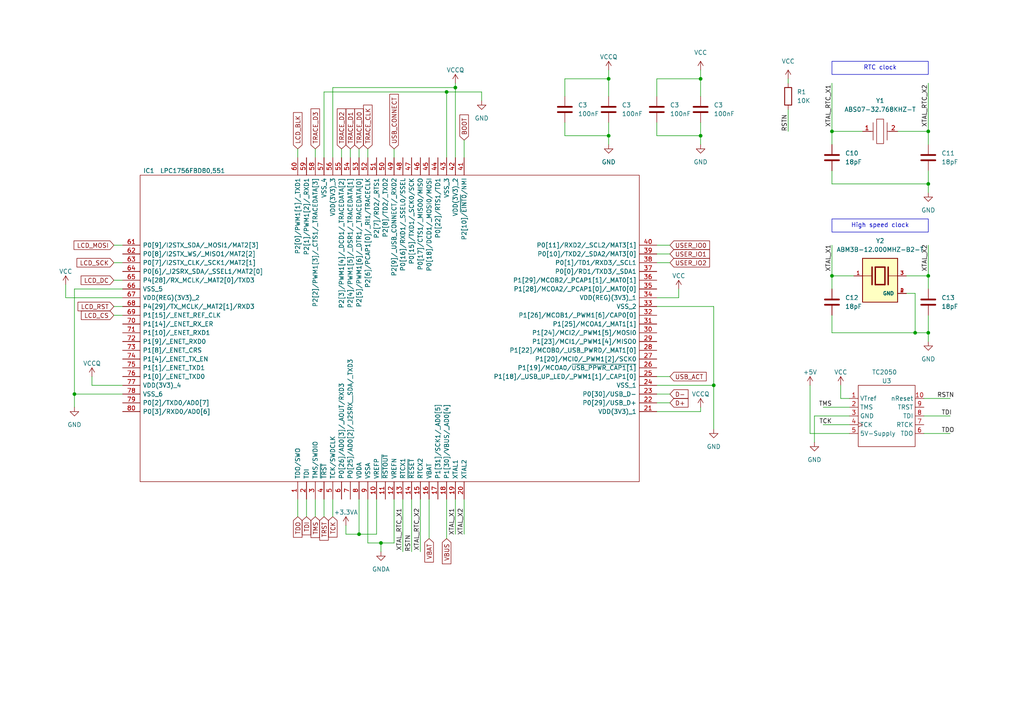
<source format=kicad_sch>
(kicad_sch (version 20230121) (generator eeschema)
  (paper "A4")
  (lib_symbols
    (symbol "0_library_loader:ABS07-32.768KHZ-T" (pin_names (offset 0.762))
      (property "Reference" "Y" (at 8.89 6.35 0))
      (property "Value" "ABS07-32.768KHZ-T" (at 8.89 3.81 0))
      (symbol "ABS07-32.768KHZ-T_0_0"
        (pin passive line (at 0 0 0) (length 2.54) (name "~") (number "1"))
        (pin passive line (at 10.16 0 180) (length 2.54) (name "~") (number "2"))
      )
      (symbol "ABS07-32.768KHZ-T_0_1"
        (polyline (pts (xy 3.048 0) (xy 2.54 0)) (stroke (width 0.1524)))
        (polyline (pts (xy 3.048 2.54) (xy 3.048 -2.54)) (stroke (width 0.1524)))
        (polyline (pts (xy 7.112 0) (xy 7.62 0)) (stroke (width 0.1524)))
        (polyline (pts (xy 7.112 2.54) (xy 7.112 -2.54)) (stroke (width 0.1524)))
        (polyline (pts (xy 4.064 3.556) (xy 4.064 -3.556) (xy 6.096 -3.556) (xy 6.096 3.556) (xy 4.064 3.556)) (stroke (width 0.1524)))
      )
    )
    (symbol "0_library_loader:LPC1756FBD80,551" (pin_names (offset 0.762))
      (property "Reference" "IC" (at 95.25 50.8 0))
      (property "Value" "LPC1756FBD80,551" (at 95.25 48.26 0))
      (symbol "LPC1756FBD80,551_0_0"
        (pin passive line (at 0 0 0) (length 5.08) (name "TDO/SWO") (number "1"))
        (pin passive line (at 0 -22.86 0) (length 5.08) (name "VREFP") (number "10"))
        (pin passive line (at 0 -25.4 0) (length 5.08) (name "~{RSTOUT}") (number "11"))
        (pin passive line (at 0 -27.94 0) (length 5.08) (name "VREFN") (number "12"))
        (pin passive line (at 0 -30.48 0) (length 5.08) (name "RTCX1") (number "13"))
        (pin passive line (at 0 -33.02 0) (length 5.08) (name "~{RESET}") (number "14"))
        (pin passive line (at 0 -35.56 0) (length 5.08) (name "RTCX2") (number "15"))
        (pin passive line (at 0 -38.1 0) (length 5.08) (name "VBAT") (number "16"))
        (pin passive line (at 0 -40.64 0) (length 5.08) (name "P1[31]/SCK1/_AD0[5]") (number "17"))
        (pin passive line (at 0 -43.18 0) (length 5.08) (name "P1[30]/VBUS/_AD0[4]") (number "18"))
        (pin passive line (at 0 -45.72 0) (length 5.08) (name "XTAL1") (number "19"))
        (pin passive line (at 0 -2.54 0) (length 5.08) (name "TDI") (number "2"))
        (pin passive line (at 0 -48.26 0) (length 5.08) (name "XTAL2") (number "20"))
        (pin passive line (at 25.4 -104.14 90) (length 5.08) (name "VDD(3V3)_1") (number "21"))
        (pin passive line (at 27.94 -104.14 90) (length 5.08) (name "P0[29]/USB_D+") (number "22"))
        (pin passive line (at 30.48 -104.14 90) (length 5.08) (name "P0[30]/USB_D-") (number "23"))
        (pin passive line (at 33.02 -104.14 90) (length 5.08) (name "VSS_1") (number "24"))
        (pin passive line (at 35.56 -104.14 90) (length 5.08) (name "P1[18]/_USB_UP_LED/_PWM1[1]/_CAP1[0]") (number "25"))
        (pin passive line (at 38.1 -104.14 90) (length 5.08) (name "P1[19]/MCOA0/~{USB_PPWR_CAP1[1]}") (number "26"))
        (pin passive line (at 40.64 -104.14 90) (length 5.08) (name "P1[20]/MCI0/_PWM1[2]/SCK0") (number "27"))
        (pin passive line (at 43.18 -104.14 90) (length 5.08) (name "P1[22]/MCOB0/_USB_PWRD/_MAT1[0]") (number "28"))
        (pin passive line (at 45.72 -104.14 90) (length 5.08) (name "P1[23]/MCI1/_PWM1[4]/MISO0") (number "29"))
        (pin passive line (at 0 -5.08 0) (length 5.08) (name "TMS/SWDIO") (number "3"))
        (pin passive line (at 48.26 -104.14 90) (length 5.08) (name "P1[24]/MCI2/_PWM1[5]/MOSI0") (number "30"))
        (pin passive line (at 50.8 -104.14 90) (length 5.08) (name "P1[25]/MCOA1/_MAT1[1]") (number "31"))
        (pin passive line (at 53.34 -104.14 90) (length 5.08) (name "P1[26]/MCOB1/_PWM1[6]/CAP0[0]") (number "32"))
        (pin passive line (at 55.88 -104.14 90) (length 5.08) (name "VSS_2") (number "33"))
        (pin passive line (at 58.42 -104.14 90) (length 5.08) (name "VDD(REG)(3V3)_1") (number "34"))
        (pin passive line (at 60.96 -104.14 90) (length 5.08) (name "P1[28]/MCOA2/_PCAP1[0]/_MAT0[0]") (number "35"))
        (pin passive line (at 63.5 -104.14 90) (length 5.08) (name "P1[29]/MCOB2/_PCAP1[1]/_MAT0[1]") (number "36"))
        (pin passive line (at 66.04 -104.14 90) (length 5.08) (name "P0[0]/RD1/TXD3/_SDA1") (number "37"))
        (pin passive line (at 68.58 -104.14 90) (length 5.08) (name "P0[1]/TD1/RXD3/_SCL1") (number "38"))
        (pin passive line (at 71.12 -104.14 90) (length 5.08) (name "P0[10]/TXD2/_SDA2/MAT3[0]") (number "39"))
        (pin passive line (at 0 -7.62 0) (length 5.08) (name "~{TRST}") (number "4"))
        (pin passive line (at 73.66 -104.14 90) (length 5.08) (name "P0[11]/RXD2/_SCL2/MAT3[1]") (number "40"))
        (pin passive line (at 99.06 -48.26 180) (length 5.08) (name "P2[10]/~{EINT0}/NMI") (number "41"))
        (pin passive line (at 99.06 -45.72 180) (length 5.08) (name "VDD(3V3)_2") (number "42"))
        (pin passive line (at 99.06 -43.18 180) (length 5.08) (name "VSS_3") (number "43"))
        (pin passive line (at 99.06 -40.64 180) (length 5.08) (name "P0[22]/RTS1/TD1") (number "44"))
        (pin passive line (at 99.06 -38.1 180) (length 5.08) (name "P0[18]/DCD1/_MOSI0/MOSI") (number "45"))
        (pin passive line (at 99.06 -35.56 180) (length 5.08) (name "P0[17]/CTS1/_MISO0/MISO") (number "46"))
        (pin passive line (at 99.06 -33.02 180) (length 5.08) (name "P0[15]/TXD1/_SCK0/SCK") (number "47"))
        (pin passive line (at 99.06 -30.48 180) (length 5.08) (name "P0[16]/RXD1/_SSEL0/SSEL") (number "48"))
        (pin passive line (at 99.06 -27.94 180) (length 5.08) (name "P2[9]/_USB_CONNECT/_RXD2") (number "49"))
        (pin passive line (at 0 -10.16 0) (length 5.08) (name "TCK/SWDCLK") (number "5"))
        (pin passive line (at 99.06 -25.4 180) (length 5.08) (name "P2[8]/TD2/_TXD2") (number "50"))
        (pin passive line (at 99.06 -22.86 180) (length 5.08) (name "P2[7]/RD2/_RTS1") (number "51"))
        (pin passive line (at 99.06 -20.32 180) (length 5.08) (name "P2[6]/PCAP1[0]/_RI1/TRACECLK") (number "52"))
        (pin passive line (at 99.06 -17.78 180) (length 5.08) (name "P2[5]/PWM1[6]/_DTR1/_TRACEDATA[0]") (number "53"))
        (pin passive line (at 99.06 -15.24 180) (length 5.08) (name "P2[4]/PWM1[5]/_DSR1/_TRACEDATA[1]") (number "54"))
        (pin passive line (at 99.06 -12.7 180) (length 5.08) (name "P2[3]/PWM1[4]/_DCD1/_TRACEDATA[2]") (number "55"))
        (pin passive line (at 99.06 -10.16 180) (length 5.08) (name "VDD(3V3)_3") (number "56"))
        (pin passive line (at 99.06 -7.62 180) (length 5.08) (name "VSS_4") (number "57"))
        (pin passive line (at 99.06 -5.08 180) (length 5.08) (name "P2[2]/PWM1[3]/_CTS1/_TRACEDATA[3]") (number "58"))
        (pin passive line (at 99.06 -2.54 180) (length 5.08) (name "P2[1]/PWM1[2]/_RXD1") (number "59"))
        (pin passive line (at 0 -12.7 0) (length 5.08) (name "P0[26]/AD0[3]/_AOUT/RXD3") (number "6"))
        (pin passive line (at 99.06 0 180) (length 5.08) (name "P2[0]/PWM1[1]/_TXD1") (number "60"))
        (pin passive line (at 73.66 50.8 270) (length 5.08) (name "P0[9]/I2STX_SDA/_MOSI1/MAT2[3]") (number "61"))
        (pin passive line (at 71.12 50.8 270) (length 5.08) (name "P0[8]/I2STX_WS/_MISO1/MAT2[2]") (number "62"))
        (pin passive line (at 68.58 50.8 270) (length 5.08) (name "P0[7]/I2STX_CLK/_SCK1/MAT2[1]") (number "63"))
        (pin passive line (at 66.04 50.8 270) (length 5.08) (name "P0[6]/_I2SRX_SDA/_SSEL1/MAT2[0]") (number "64"))
        (pin passive line (at 63.5 50.8 270) (length 5.08) (name "P4[28]/RX_MCLK/_MAT2[0]/TXD3") (number "65"))
        (pin passive line (at 60.96 50.8 270) (length 5.08) (name "VSS_5") (number "66"))
        (pin passive line (at 58.42 50.8 270) (length 5.08) (name "VDD(REG)(3V3)_2") (number "67"))
        (pin passive line (at 55.88 50.8 270) (length 5.08) (name "P4[29]/TX_MCLK/_MAT2[1]/RXD3") (number "68"))
        (pin passive line (at 53.34 50.8 270) (length 5.08) (name "P1[15]/_ENET_REF_CLK") (number "69"))
        (pin passive line (at 0 -15.24 0) (length 5.08) (name "P0[25]/AD0[2]/_I2SRX__SDA/_TXD3") (number "7"))
        (pin passive line (at 50.8 50.8 270) (length 5.08) (name "P1[14]/_ENET_RX_ER") (number "70"))
        (pin passive line (at 48.26 50.8 270) (length 5.08) (name "P1[10]/_ENET_RXD1") (number "71"))
        (pin passive line (at 45.72 50.8 270) (length 5.08) (name "P1[9]/_ENET_RXD0") (number "72"))
        (pin passive line (at 43.18 50.8 270) (length 5.08) (name "P1[8]/_ENET_CRS") (number "73"))
        (pin passive line (at 40.64 50.8 270) (length 5.08) (name "P1[4]/_ENET_TX_EN") (number "74"))
        (pin passive line (at 38.1 50.8 270) (length 5.08) (name "P1[1]/_ENET_TXD1") (number "75"))
        (pin passive line (at 35.56 50.8 270) (length 5.08) (name "P1[0]/_ENET_TXD0") (number "76"))
        (pin passive line (at 33.02 50.8 270) (length 5.08) (name "VDD(3V3)_4") (number "77"))
        (pin passive line (at 30.48 50.8 270) (length 5.08) (name "VSS_6") (number "78"))
        (pin passive line (at 27.94 50.8 270) (length 5.08) (name "P0[2]/TXD0/AD0[7]") (number "79"))
        (pin passive line (at 0 -17.78 0) (length 5.08) (name "VDDA") (number "8"))
        (pin passive line (at 25.4 50.8 270) (length 5.08) (name "P0[3]/RXD0/AD0[6]") (number "80"))
        (pin passive line (at 0 -20.32 0) (length 5.08) (name "VSSA") (number "9"))
      )
      (symbol "LPC1756FBD80,551_0_1"
        (polyline (pts (xy 5.08 45.72) (xy 93.98 45.72) (xy 93.98 -99.06) (xy 5.08 -99.06) (xy 5.08 45.72)) (stroke (width 0.1524)))
      )
    )
    (symbol "ABM3B-12.000MHZ-B2-T:ABM3B-12.000MHZ-B2-T" (pin_names (offset 1.016))
      (property "Reference" "Y" (at -5.0878 6.3559 0))
      (property "Value" "ABM3B-12.000MHZ-B2-T" (at -5.0944 -10.16 0))
      (symbol "ABM3B-12.000MHZ-B2-T_0_0"
        (rectangle (start -5.08 -7.62) (end 5.08 5.08) (stroke (width 0.254)) (fill (type background)))
        (polyline (pts (xy -5.08 0) (xy -2.54 0)) (stroke (width 0.1524)))
        (polyline (pts (xy -2.3368 2.54) (xy -2.3368 -2.54)) (stroke (width 0.4064)))
        (polyline (pts (xy -1.397 2.54) (xy -1.397 -2.54)) (stroke (width 0.4064)))
        (polyline (pts (xy -1.397 2.54) (xy 1.397 2.54)) (stroke (width 0.4064)))
        (polyline (pts (xy 1.397 -2.54) (xy -1.397 -2.54)) (stroke (width 0.4064)))
        (polyline (pts (xy 1.397 2.54) (xy 1.397 -2.54)) (stroke (width 0.4064)))
        (polyline (pts (xy 2.3368 2.54) (xy 2.3368 -2.54)) (stroke (width 0.4064)))
        (polyline (pts (xy 2.54 0) (xy 5.08 0)) (stroke (width 0.1524)))
        (pin passive line (at -7.62 0 0) (length 2.54) (name "~") (number "1"))
        (pin power_in line (at 7.62 -5.08 180) (length 2.54) (name "GND") (number "2"))
        (pin passive line (at 7.62 0 180) (length 2.54) (name "~") (number "3"))
        (pin power_in line (at 7.62 -5.08 180) (length 2.54) (name "GND") (number "4"))
      )
    )
    (symbol "Device:C" (pin_numbers hide) (pin_names (offset 0.254))
      (property "Reference" "C" (at 0.635 2.54 0))
      (property "Value" "C" (at 0.635 -2.54 0))
      (symbol "C_0_1"
        (polyline (pts (xy -2.032 -0.762) (xy 2.032 -0.762)) (stroke (width 0.508)))
        (polyline (pts (xy -2.032 0.762) (xy 2.032 0.762)) (stroke (width 0.508)))
      )
      (symbol "C_1_1"
        (pin passive line (at 0 3.81 270) (length 2.794) (name "~") (number "1"))
        (pin passive line (at 0 -3.81 90) (length 2.794) (name "~") (number "2"))
      )
    )
    (symbol "Device:R" (pin_numbers hide) (pin_names (offset 0))
      (property "Reference" "R" (at 2.032 0 90))
      (property "Value" "R" (at 0 0 90))
      (symbol "R_0_1"
        (rectangle (start -1.016 -2.54) (end 1.016 2.54) (stroke (width 0.254)))
      )
      (symbol "R_1_1"
        (pin passive line (at 0 3.81 270) (length 1.27) (name "~") (number "1"))
        (pin passive line (at 0 -3.81 90) (length 1.27) (name "~") (number "2"))
      )
    )
    (symbol "GND_1" (power) (pin_names (offset 0))
      (property "Value" "GND_1" (at 0 -3.81 0))
      (symbol "GND_1_0_1"
        (polyline (pts (xy 0 0) (xy 0 -1.27) (xy 1.27 -1.27) (xy 0 -2.54) (xy -1.27 -1.27) (xy 0 -1.27)))
      )
      (symbol "GND_1_1_1"
        (pin power_in line (at 0 0 270) (length 0) hide (name "GND") (number "1"))
      )
    )
    (symbol "_itz:TC2050"
      (property "Reference" "U" (at 0 16.51 0))
      (property "Footprint" "Connector:Tag-Connect_TC2050-IDC-FP_2x05_P1.27mm_Vertical" (at -3.81 13.97 0))
      (symbol "TC2050_0_1"
        (rectangle (start -7.62 8.89) (end 8.89 -8.89))
      )
      (symbol "TC2050_1_0"
        (pin input line (at 11.43 2.54 180) (length 2.54) (name "") (number ""))
      )
      (symbol "TC2050_1_1"
        (pin power_out line (at -10.16 5.08 0) (length 2.54) (name "VTref") (number "1"))
        (pin input line (at 11.43 5.08 180) (length 2.54) (name "nReset") (number "10"))
        (pin bidirectional line (at -10.16 2.54 0) (length 2.54) (name "TMS") (number "2"))
        (pin power_in line (at -10.16 0 0) (length 2.54) (name "GND") (number "3"))
        (pin input clock (at -10.16 -2.54 0) (length 2.54) (name "TCK") (number "4"))
        (pin power_in line (at -10.16 -5.08 0) (length 2.54) (name "5V-Supply") (number "5"))
        (pin input line (at 11.43 -5.08 180) (length 2.54) (name "TDO") (number "6"))
        (pin output line (at 11.43 -2.54 180) (length 2.54) (name "RTCK") (number "7"))
        (pin bidirectional line (at 11.43 0 180) (length 2.54) (name "TDI") (number "8"))
        (pin input line (at 11.43 2.54 180) (length 2.54) (name "TRST") (number "9"))
      )
    )
    (symbol "power:+3.3VA" (power) (pin_names (offset 0))
      (property "Value" "+3.3VA" (at 0 3.556 0))
      (symbol "+3.3VA_0_1"
        (polyline (pts (xy -0.762 1.27) (xy 0 2.54)))
        (polyline (pts (xy 0 0) (xy 0 2.54)))
        (polyline (pts (xy 0 2.54) (xy 0.762 1.27)))
      )
      (symbol "+3.3VA_1_1"
        (pin power_in line (at 0 0 90) (length 0) hide (name "+3.3VA") (number "1"))
      )
    )
    (symbol "power:+5V" (power) (pin_names (offset 0))
      (property "Value" "+5V" (at 0 3.556 0))
      (symbol "+5V_0_1"
        (polyline (pts (xy -0.762 1.27) (xy 0 2.54)))
        (polyline (pts (xy 0 0) (xy 0 2.54)))
        (polyline (pts (xy 0 2.54) (xy 0.762 1.27)))
      )
      (symbol "+5V_1_1"
        (pin power_in line (at 0 0 90) (length 0) hide (name "+5V") (number "1"))
      )
    )
    (symbol "power:GND" (power) (pin_names (offset 0))
      (property "Value" "GND" (at 0 -3.81 0))
      (symbol "GND_0_1"
        (polyline (pts (xy 0 0) (xy 0 -1.27) (xy 1.27 -1.27) (xy 0 -2.54) (xy -1.27 -1.27) (xy 0 -1.27)))
      )
      (symbol "GND_1_1"
        (pin power_in line (at 0 0 270) (length 0) hide (name "GND") (number "1"))
      )
    )
    (symbol "power:GNDA" (power) (pin_names (offset 0))
      (property "Value" "GNDA" (at 0 -3.81 0))
      (symbol "GNDA_0_1"
        (polyline (pts (xy 0 0) (xy 0 -1.27) (xy 1.27 -1.27) (xy 0 -2.54) (xy -1.27 -1.27) (xy 0 -1.27)))
      )
      (symbol "GNDA_1_1"
        (pin power_in line (at 0 0 270) (length 0) hide (name "GNDA") (number "1"))
      )
    )
    (symbol "power:VCC" (power) (pin_names (offset 0))
      (property "Value" "VCC" (at 0 3.81 0))
      (symbol "VCC_0_1"
        (polyline (pts (xy -0.762 1.27) (xy 0 2.54)))
        (polyline (pts (xy 0 0) (xy 0 2.54)))
        (polyline (pts (xy 0 2.54) (xy 0.762 1.27)))
      )
      (symbol "VCC_1_1"
        (pin power_in line (at 0 0 90) (length 0) hide (name "VCC") (number "1"))
      )
    )
    (symbol "power:VCCQ" (power) (pin_names (offset 0))
      (property "Value" "VCCQ" (at 0 3.81 0))
      (symbol "VCCQ_0_1"
        (polyline (pts (xy -0.762 1.27) (xy 0 2.54)))
        (polyline (pts (xy 0 0) (xy 0 2.54)))
        (polyline (pts (xy 0 2.54) (xy 0.762 1.27)))
      )
      (symbol "VCCQ_1_1"
        (pin power_in line (at 0 0 90) (length 0) hide (name "VCCQ") (number "1"))
      )
    )
  )
  (junction (at 269.24 80.01))
  (junction (at 203.2 39.37))
  (junction (at 110.49 157.48))
  (junction (at 132.08 25.4))
  (junction (at 241.3 38.1))
  (junction (at 269.24 38.1))
  (junction (at 241.3 80.01))
  (junction (at 203.2 22.86))
  (junction (at 269.24 96.52))
  (junction (at 265.43 96.52))
  (junction (at 176.53 39.37))
  (junction (at 176.53 22.86))
  (junction (at 104.14 154.94))
  (junction (at 269.24 53.34))
  (junction (at 21.59 114.3))
  (junction (at 129.54 26.67))
  (junction (at 207.01 111.76))
  (wire (pts (xy 190.5 22.86) (xy 203.2 22.86)))
  (wire (pts (xy 104.14 154.94) (xy 109.22 154.94)))
  (wire (pts (xy 228.6 22.86) (xy 228.6 24.13)))
  (wire (pts (xy 267.97 120.65) (xy 275.59 120.65)))
  (wire (pts (xy 190.5 116.84) (xy 194.31 116.84)))
  (wire (pts (xy 236.22 120.65) (xy 236.22 128.27)))
  (wire (pts (xy 139.7 26.67) (xy 139.7 29.21)))
  (wire (pts (xy 262.89 80.01) (xy 269.24 80.01)))
  (wire (pts (xy 19.05 86.36) (xy 19.05 82.55)))
  (wire (pts (xy 26.67 111.76) (xy 35.56 111.76)))
  (wire (pts (xy 33.02 88.9) (xy 35.56 88.9)))
  (wire (pts (xy 190.5 88.9) (xy 207.01 88.9)))
  (wire (pts (xy 106.68 45.72) (xy 106.68 43.18)))
  (wire (pts (xy 246.38 123.19) (xy 238.76 123.19)))
  (wire (pts (xy 260.35 38.1) (xy 269.24 38.1)))
  (wire (pts (xy 163.83 35.56) (xy 163.83 39.37)))
  (wire (pts (xy 190.5 71.12) (xy 194.31 71.12)))
  (wire (pts (xy 21.59 83.82) (xy 21.59 114.3)))
  (wire (pts (xy 247.65 80.01) (xy 241.3 80.01)))
  (wire (pts (xy 21.59 114.3) (xy 35.56 114.3)))
  (wire (pts (xy 91.44 45.72) (xy 91.44 43.18)))
  (wire (pts (xy 104.14 45.72) (xy 104.14 43.18)))
  (wire (pts (xy 243.84 115.57) (xy 246.38 115.57)))
  (wire (pts (xy 241.3 71.12) (xy 241.3 80.01)))
  (wire (pts (xy 33.02 71.12) (xy 35.56 71.12)))
  (wire (pts (xy 134.62 40.64) (xy 134.62 45.72)))
  (wire (pts (xy 106.68 157.48) (xy 110.49 157.48)))
  (wire (pts (xy 190.5 114.3) (xy 194.31 114.3)))
  (wire (pts (xy 267.97 125.73) (xy 275.59 125.73)))
  (wire (pts (xy 114.3 43.18) (xy 114.3 45.72)))
  (wire (pts (xy 241.3 53.34) (xy 269.24 53.34)))
  (wire (pts (xy 19.05 86.36) (xy 35.56 86.36)))
  (wire (pts (xy 241.3 38.1) (xy 250.19 38.1)))
  (wire (pts (xy 246.38 120.65) (xy 236.22 120.65)))
  (wire (pts (xy 269.24 96.52) (xy 269.24 99.06)))
  (wire (pts (xy 241.3 91.44) (xy 241.3 96.52)))
  (wire (pts (xy 269.24 71.12) (xy 269.24 80.01)))
  (wire (pts (xy 163.83 39.37) (xy 176.53 39.37)))
  (wire (pts (xy 176.53 35.56) (xy 176.53 39.37)))
  (wire (pts (xy 176.53 20.32) (xy 176.53 22.86)))
  (wire (pts (xy 203.2 35.56) (xy 203.2 39.37)))
  (wire (pts (xy 96.52 25.4) (xy 96.52 45.72)))
  (wire (pts (xy 241.3 80.01) (xy 241.3 83.82)))
  (wire (pts (xy 241.3 41.91) (xy 241.3 38.1)))
  (wire (pts (xy 196.85 86.36) (xy 196.85 83.82)))
  (wire (pts (xy 269.24 96.52) (xy 269.24 91.44)))
  (wire (pts (xy 100.33 154.94) (xy 104.14 154.94)))
  (wire (pts (xy 203.2 119.38) (xy 203.2 118.11)))
  (wire (pts (xy 33.02 91.44) (xy 35.56 91.44)))
  (wire (pts (xy 243.84 111.76) (xy 243.84 115.57)))
  (wire (pts (xy 269.24 53.34) (xy 269.24 55.88)))
  (wire (pts (xy 110.49 157.48) (xy 114.3 157.48)))
  (wire (pts (xy 176.53 39.37) (xy 176.53 41.91)))
  (wire (pts (xy 269.24 24.13) (xy 269.24 38.1)))
  (wire (pts (xy 203.2 119.38) (xy 190.5 119.38)))
  (wire (pts (xy 93.98 26.67) (xy 93.98 45.72)))
  (wire (pts (xy 116.84 144.78) (xy 116.84 160.02)))
  (wire (pts (xy 104.14 144.78) (xy 104.14 154.94)))
  (wire (pts (xy 265.43 96.52) (xy 269.24 96.52)))
  (wire (pts (xy 265.43 85.09) (xy 262.89 85.09)))
  (wire (pts (xy 26.67 111.76) (xy 26.67 109.22)))
  (wire (pts (xy 190.5 76.2) (xy 194.31 76.2)))
  (wire (pts (xy 269.24 80.01) (xy 269.24 83.82)))
  (wire (pts (xy 114.3 144.78) (xy 114.3 157.48)))
  (wire (pts (xy 96.52 149.86) (xy 96.52 144.78)))
  (wire (pts (xy 228.6 31.75) (xy 228.6 38.1)))
  (wire (pts (xy 190.5 111.76) (xy 207.01 111.76)))
  (wire (pts (xy 121.92 144.78) (xy 121.92 160.02)))
  (wire (pts (xy 265.43 85.09) (xy 265.43 96.52)))
  (wire (pts (xy 203.2 39.37) (xy 203.2 41.91)))
  (wire (pts (xy 176.53 22.86) (xy 176.53 27.94)))
  (wire (pts (xy 86.36 149.86) (xy 86.36 144.78)))
  (wire (pts (xy 93.98 149.86) (xy 93.98 144.78)))
  (wire (pts (xy 163.83 27.94) (xy 163.83 22.86)))
  (wire (pts (xy 234.95 111.76) (xy 234.95 125.73)))
  (wire (pts (xy 132.08 154.94) (xy 132.08 144.78)))
  (wire (pts (xy 269.24 53.34) (xy 269.24 49.53)))
  (wire (pts (xy 207.01 111.76) (xy 207.01 124.46)))
  (wire (pts (xy 241.3 49.53) (xy 241.3 53.34)))
  (wire (pts (xy 106.68 144.78) (xy 106.68 157.48)))
  (wire (pts (xy 109.22 154.94) (xy 109.22 144.78)))
  (wire (pts (xy 99.06 45.72) (xy 99.06 43.18)))
  (wire (pts (xy 96.52 25.4) (xy 132.08 25.4)))
  (wire (pts (xy 246.38 118.11) (xy 238.76 118.11)))
  (wire (pts (xy 132.08 25.4) (xy 132.08 45.72)))
  (wire (pts (xy 203.2 22.86) (xy 203.2 27.94)))
  (wire (pts (xy 241.3 96.52) (xy 265.43 96.52)))
  (wire (pts (xy 88.9 149.86) (xy 88.9 144.78)))
  (wire (pts (xy 190.5 73.66) (xy 194.31 73.66)))
  (wire (pts (xy 21.59 83.82) (xy 35.56 83.82)))
  (wire (pts (xy 190.5 39.37) (xy 203.2 39.37)))
  (wire (pts (xy 119.38 144.78) (xy 119.38 160.02)))
  (wire (pts (xy 241.3 24.13) (xy 241.3 38.1)))
  (wire (pts (xy 124.46 156.21) (xy 124.46 144.78)))
  (wire (pts (xy 267.97 115.57) (xy 275.59 115.57)))
  (wire (pts (xy 91.44 149.86) (xy 91.44 144.78)))
  (wire (pts (xy 269.24 41.91) (xy 269.24 38.1)))
  (wire (pts (xy 101.6 45.72) (xy 101.6 43.18)))
  (wire (pts (xy 86.36 43.18) (xy 86.36 45.72)))
  (wire (pts (xy 190.5 27.94) (xy 190.5 22.86)))
  (wire (pts (xy 207.01 88.9) (xy 207.01 111.76)))
  (wire (pts (xy 93.98 26.67) (xy 129.54 26.67)))
  (wire (pts (xy 190.5 109.22) (xy 194.31 109.22)))
  (wire (pts (xy 110.49 157.48) (xy 110.49 160.02)))
  (wire (pts (xy 100.33 154.94) (xy 100.33 152.4)))
  (wire (pts (xy 33.02 76.2) (xy 35.56 76.2)))
  (wire (pts (xy 33.02 81.28) (xy 35.56 81.28)))
  (wire (pts (xy 21.59 114.3) (xy 21.59 118.11)))
  (wire (pts (xy 129.54 26.67) (xy 129.54 45.72)))
  (wire (pts (xy 134.62 144.78) (xy 134.62 154.94)))
  (wire (pts (xy 246.38 125.73) (xy 234.95 125.73)))
  (wire (pts (xy 129.54 156.21) (xy 129.54 144.78)))
  (wire (pts (xy 163.83 22.86) (xy 176.53 22.86)))
  (wire (pts (xy 132.08 24.13) (xy 132.08 25.4)))
  (wire (pts (xy 190.5 86.36) (xy 196.85 86.36)))
  (wire (pts (xy 129.54 26.67) (xy 139.7 26.67)))
  (wire (pts (xy 190.5 35.56) (xy 190.5 39.37)))
  (wire (pts (xy 203.2 20.32) (xy 203.2 22.86)))
  (text_box "High speed clock" (at 241.3 63.5 0) (size 27.94 3.81) (effects (font (size 1.27 1.27)) (justify top)))
  (text_box "RTC clock" (at 241.3 17.78 0) (size 27.94 3.81) (effects (font (size 1.27 1.27)) (justify top)))
  (label "TDO" (at 273.05 125.73 0))
  (label "XTAL_X1" (at 132.08 147.32 270))
  (label "XTAL_RTC_X2" (at 121.92 147.32 270))
  (label "XTAL_RTC_X1" (at 241.3 36.83 90))
  (label "TDI" (at 273.05 120.65 0))
  (label "XTAL_RTC_X2" (at 269.24 36.83 90))
  (label "XTAL_RTC_X1" (at 116.84 147.32 270))
  (label "TMS" (at 241.3 118.11 180))
  (label "XTAL_X2" (at 134.62 147.32 270))
  (label "RSTN" (at 119.38 160.02 90))
  (label "RSTN" (at 228.6 38.1 90))
  (label "XTAL_X1" (at 241.3 78.74 90))
  (label "RSTN" (at 271.78 115.57 0))
  (label "TCK" (at 241.3 123.19 180))
  (label "XTAL_X2" (at 269.24 78.74 90))
  (global_label "LCD_DC" (shape input) (at 33.02 81.28 180) (property "Intersheetrefs" "${INTERSHEET_REFS}" (effects hide)))
  (global_label "USER_IO2" (shape input) (at 194.31 76.2 0) (property "Intersheetrefs" "${INTERSHEET_REFS}" (effects hide)))
  (global_label "LCD_BLK" (shape input) (at 86.36 43.18 90) (property "Intersheetrefs" "${INTERSHEET_REFS}" (effects hide)))
  (global_label "TMS" (shape input) (at 91.44 149.86 270) (property "Intersheetrefs" "${INTERSHEET_REFS}" (effects hide)))
  (global_label "TDO" (shape input) (at 86.36 149.86 270) (property "Intersheetrefs" "${INTERSHEET_REFS}" (effects hide)))
  (global_label "VBAT" (shape input) (at 124.46 156.21 270) (property "Intersheetrefs" "${INTERSHEET_REFS}" (effects hide)))
  (global_label "TDI" (shape input) (at 88.9 149.86 270) (property "Intersheetrefs" "${INTERSHEET_REFS}" (effects hide)))
  (global_label "USER_IO0" (shape input) (at 194.31 71.12 0) (property "Intersheetrefs" "${INTERSHEET_REFS}" (effects hide)))
  (global_label "TRACE_D0" (shape input) (at 104.14 43.18 90) (property "Intersheetrefs" "${INTERSHEET_REFS}" (effects hide)))
  (global_label "D-" (shape input) (at 194.31 114.3 0) (property "Intersheetrefs" "${INTERSHEET_REFS}" (effects hide)))
  (global_label "VBUS" (shape input) (at 129.54 156.21 270) (property "Intersheetrefs" "${INTERSHEET_REFS}" (effects hide)))
  (global_label "TRST" (shape input) (at 93.98 149.86 270) (property "Intersheetrefs" "${INTERSHEET_REFS}" (effects hide)))
  (global_label "D+" (shape input) (at 194.31 116.84 0) (property "Intersheetrefs" "${INTERSHEET_REFS}" (effects hide)))
  (global_label "USB_CONNECT" (shape input) (at 114.3 43.18 90) (property "Intersheetrefs" "${INTERSHEET_REFS}" (effects hide)))
  (global_label "TRACE_CLK" (shape input) (at 106.68 43.18 90) (property "Intersheetrefs" "${INTERSHEET_REFS}" (effects hide)))
  (global_label "LCD_RST" (shape input) (at 33.02 88.9 180) (property "Intersheetrefs" "${INTERSHEET_REFS}" (effects hide)))
  (global_label "LCD_MOSI" (shape input) (at 33.02 71.12 180) (property "Intersheetrefs" "${INTERSHEET_REFS}" (effects hide)))
  (global_label "USER_IO1" (shape input) (at 194.31 73.66 0) (property "Intersheetrefs" "${INTERSHEET_REFS}" (effects hide)))
  (global_label "LCD_SCK" (shape input) (at 33.02 76.2 180) (property "Intersheetrefs" "${INTERSHEET_REFS}" (effects hide)))
  (global_label "TRACE_D1" (shape input) (at 101.6 43.18 90) (property "Intersheetrefs" "${INTERSHEET_REFS}" (effects hide)))
  (global_label "USB_ACT" (shape input) (at 194.31 109.22 0) (property "Intersheetrefs" "${INTERSHEET_REFS}" (effects hide)))
  (global_label "TCK" (shape input) (at 96.52 149.86 270) (property "Intersheetrefs" "${INTERSHEET_REFS}" (effects hide)))
  (global_label "BOOT" (shape input) (at 134.62 40.64 90) (property "Intersheetrefs" "${INTERSHEET_REFS}" (effects hide)))
  (global_label "TRACE_D2" (shape input) (at 99.06 43.18 90) (property "Intersheetrefs" "${INTERSHEET_REFS}" (effects hide)))
  (global_label "TRACE_D3" (shape input) (at 91.44 43.18 90) (property "Intersheetrefs" "${INTERSHEET_REFS}" (effects hide)))
  (global_label "LCD_CS" (shape input) (at 33.02 91.44 180) (property "Intersheetrefs" "${INTERSHEET_REFS}" (effects hide)))
  (symbol (lib_name "GND_1") (lib_id "power:GND") (at 139.7 29.21 0) (unit 1)
    (property "Reference" "#PWR018" (effects hide))
    (property "Value" "GND" (at 139.7 34.29 0))
  )
  (symbol (lib_id "power:+5V") (at 234.95 111.76 0) (unit 1)
    (property "Reference" "#PWR042" (effects hide))
    (property "Value" "+5V" (at 234.95 107.95 0))
  )
  (symbol (lib_id "power:VCCQ") (at 132.08 24.13 0) (unit 1)
    (property "Reference" "#PWR020" (effects hide))
    (property "Value" "VCCQ" (at 132.08 20.32 0))
  )
  (symbol (lib_id "power:GND") (at 176.53 41.91 0) (unit 1)
    (property "Reference" "#PWR016" (effects hide))
    (property "Value" "GND" (at 176.53 46.99 0))
    (instances (project "lpc1756_totp" (path "" (reference "#PWR016") (unit 1)) (path "" (reference "#PWR039") (unit 1))))
  )
  (symbol (lib_id "Device:C") (at 241.3 87.63 0) (unit 1)
    (property "Reference" "C12" (at 245.11 86.3599 0) (effects (justify left)))
    (property "Value" "18pF" (at 245.11 88.8999 0) (effects (justify left)))
    (property "Footprint" "Capacitor_SMD:C_0603_1608Metric_Pad1.08x0.95mm_HandSolder" (effects hide))
    (instances (project "lpc1756_usb" (path "" (reference "C12") (unit 1))) (project "lpc1756_totp" (path "" (reference "C5") (unit 1)) (path "" (reference "C5") (unit 1))))
  )
  (symbol (lib_id "Device:C") (at 190.5 31.75 0) (unit 1)
    (property "Reference" "C3" (at 194.31 30.4799 0) (effects (justify left)))
    (property "Value" "100nF" (at 194.31 33.0199 0) (effects (justify left)))
    (property "Footprint" "Capacitor_SMD:C_0603_1608Metric_Pad1.08x0.95mm_HandSolder" (effects hide))
    (instances (project "lpc1756_usb" (path "" (reference "C3") (unit 1))) (project "lpc1756_totp" (path "" (reference "C8") (unit 1))))
  )
  (symbol (lib_id "Device:R") (at 228.6 27.94 0) (unit 1)
    (property "Reference" "R1" (at 231.14 26.6699 0) (effects (justify left)))
    (property "Value" "10K" (at 231.14 29.2099 0) (effects (justify left)))
    (property "Footprint" "Resistor_SMD:R_0603_1608Metric_Pad0.98x0.95mm_HandSolder" (effects hide))
    (instances (project "lpc1756_usb" (path "" (reference "R1") (unit 1))) (project "lpc1756_totp" (path "" (reference "R10") (unit 1))))
  )
  (symbol (lib_id "ABM3B-12.000MHZ-B2-T:ABM3B-12.000MHZ-B2-T") (at 255.27 80.01 0) (unit 1)
    (property "Reference" "Y2" (at 255.27 69.85 0))
    (property "Value" "ABM3B-12.000MHZ-B2-T" (at 255.27 72.39 0))
    (property "Footprint" "_SamacSys:XTAL_ABM3B-12.000MHZ-B2-T" (effects hide))
    (property "MAXIMUM_PACKAGE_HEIGHT" "1.1 mm" (effects hide))
    (property "STANDARD" "Manufacturer Recommendations" (effects hide))
    (property "PARTREV" "08.25.15" (effects hide))
    (property "MANUFACTURER" "Abracon" (effects hide))
  )
  (symbol (lib_id "power:VCCQ") (at 203.2 118.11 0) (unit 1)
    (property "Reference" "#PWR019" (effects hide))
    (property "Value" "VCCQ" (at 203.2 114.3 0))
  )
  (symbol (lib_id "power:VCC") (at 19.05 82.55 0) (unit 1)
    (property "Reference" "#PWR022" (effects hide))
    (property "Value" "VCC" (at 19.05 78.74 0))
  )
  (symbol (lib_id "power:GND") (at 269.24 55.88 0) (unit 1)
    (property "Reference" "#PWR016" (effects hide))
    (property "Value" "GND" (at 269.24 60.96 0))
    (instances (project "lpc1756_totp" (path "" (reference "#PWR016") (unit 1)) (path "" (reference "#PWR09") (unit 1))))
  )
  (symbol (lib_id "power:GND") (at 203.2 41.91 0) (unit 1)
    (property "Reference" "#PWR016" (effects hide))
    (property "Value" "GND" (at 203.2 46.99 0))
    (instances (project "lpc1756_totp" (path "" (reference "#PWR016") (unit 1)) (path "" (reference "#PWR037") (unit 1))))
  )
  (symbol (lib_id "power:GND") (at 269.24 99.06 0) (unit 1)
    (property "Reference" "#PWR015" (effects hide))
    (property "Value" "GND" (at 269.24 104.14 0))
    (instances (project "lpc1756_totp" (path "" (reference "#PWR015") (unit 1)) (path "" (reference "#PWR011") (unit 1))))
  )
  (symbol (lib_id "Device:C") (at 269.24 87.63 0) (unit 1)
    (property "Reference" "C13" (at 273.05 86.3599 0) (effects (justify left)))
    (property "Value" "18pF" (at 273.05 88.8999 0) (effects (justify left)))
    (property "Footprint" "Capacitor_SMD:C_0603_1608Metric_Pad1.08x0.95mm_HandSolder" (effects hide))
    (instances (project "lpc1756_usb" (path "" (reference "C13") (unit 1))) (project "lpc1756_totp" (path "" (reference "C6") (unit 1)) (path "" (reference "C6") (unit 1))))
  )
  (symbol (lib_id "0_library_loader:LPC1756FBD80,551") (at 86.36 144.78 90) (unit 1)
    (property "Reference" "IC1" (at 43.18 49.53 90))
    (property "Value" "LPC1756FBD80,551" (at 55.88 49.53 90))
    (property "Footprint" "_SamacSys:QFP50P1400X1400X160-80N" (effects hide))
    (property "Datasheet" "http://www.nxp.com/docs/en/data-sheet/LPC1759_58_56_54_52_51.pdf" (effects hide))
    (property "Description" "MCU 32Bit ARM Cortex M3 256KB Flash LPC1756FBD80,551, 32 bit ARM Cortex M3 Microcontroller 100MHz 256 kB Flash, 32 kB RAM, USB CAN I2C 80-Pin LQFP" (effects hide))
    (property "Height" "1.6" (effects hide))
    (property "Manufacturer_Name" "NXP" (effects hide))
    (property "Manufacturer_Part_Number" "LPC1756FBD80,551" (effects hide))
    (property "Mouser Part Number" "771-LPC1756FBD80551" (effects hide))
    (property "Mouser Price/Stock" "https://www.mouser.co.uk/ProductDetail/NXP-Semiconductors/LPC1756FBD80551?qs=XO2CtKvNMEiudHYOoDOX6Q%3D%3D" (effects hide))
    (property "Arrow Part Number" "LPC1756FBD80,551" (effects hide))
    (property "Arrow Price/Stock" "https://www.arrow.com/en/products/lpc1756fbd80551/nxp-semiconductors" (effects hide))
  )
  (symbol (lib_id "0_library_loader:ABS07-32.768KHZ-T") (at 250.19 38.1 0) (unit 1)
    (property "Reference" "Y1" (at 255.27 29.21 0))
    (property "Value" "ABS07-32.768KHZ-T" (at 255.27 31.75 0))
    (property "Footprint" "_SamacSys:ABS0716632768KHZT" (effects hide))
    (property "Datasheet" "https://abracon.com/Resonators/ABS07.pdf" (effects hide))
    (property "Description" "32.768kHz SMD LOW PROFILE CRYSTAL" (effects hide))
    (property "Height" "0.9" (effects hide))
    (property "Mouser Part Number" "815-ABS07-32.768KHZT" (effects hide))
    (property "Mouser Price/Stock" "https://www.mouser.co.uk/ProductDetail/ABRACON/ABS07-32.768KHZ-T?qs=3SpAxaLJ01g8GJWeO3sA3Q%3D%3D" (effects hide))
    (property "Manufacturer_Name" "ABRACON" (effects hide))
    (property "Manufacturer_Part_Number" "ABS07-32.768KHZ-T" (effects hide))
  )
  (symbol (lib_id "Device:C") (at 203.2 31.75 0) (unit 1)
    (property "Reference" "C3" (at 207.01 30.4799 0) (effects (justify left)))
    (property "Value" "100nF" (at 207.01 33.0199 0) (effects (justify left)))
    (property "Footprint" "Capacitor_SMD:C_0603_1608Metric_Pad1.08x0.95mm_HandSolder" (effects hide))
    (instances (project "lpc1756_usb" (path "" (reference "C3") (unit 1))) (project "lpc1756_totp" (path "" (reference "C7") (unit 1))))
  )
  (symbol (lib_id "power:+3.3VA") (at 100.33 152.4 0) (unit 1)
    (property "Reference" "#PWR014" (effects hide))
    (property "Value" "+3.3VA" (at 100.33 148.59 0))
  )
  (symbol (lib_id "Device:C") (at 269.24 45.72 0) (unit 1)
    (property "Reference" "C11" (at 273.05 44.4499 0) (effects (justify left)))
    (property "Value" "18pF" (at 273.05 46.9899 0) (effects (justify left)))
    (property "Footprint" "Capacitor_SMD:C_0603_1608Metric_Pad1.08x0.95mm_HandSolder" (effects hide))
    (instances (project "lpc1756_usb" (path "" (reference "C11") (unit 1))) (project "lpc1756_totp" (path "" (reference "C4") (unit 1)) (path "" (reference "C4") (unit 1))))
  )
  (symbol (lib_id "power:VCCQ") (at 26.67 109.22 0) (unit 1)
    (property "Reference" "#PWR021" (effects hide))
    (property "Value" "VCCQ" (at 26.67 105.41 0))
  )
  (symbol (lib_id "power:VCC") (at 203.2 20.32 0) (unit 1)
    (property "Reference" "#PWR0105" (effects hide))
    (property "Value" "VCC" (at 203.2 15.24 0))
    (instances (project "lpc1756_usb" (path "" (reference "#PWR0105") (unit 1))) (project "lpc1756_totp" (path "" (reference "#PWR036") (unit 1))))
  )
  (symbol (lib_id "power:VCCQ") (at 176.53 20.32 0) (unit 1)
    (property "Reference" "#PWR038" (effects hide))
    (property "Value" "VCCQ" (at 176.53 16.51 0))
  )
  (symbol (lib_name "GND_1") (lib_id "power:GND") (at 207.01 124.46 0) (unit 1)
    (property "Reference" "#PWR016" (effects hide))
    (property "Value" "GND" (at 207.01 129.54 0))
  )
  (symbol (lib_id "power:VCC") (at 228.6 22.86 0) (unit 1)
    (property "Reference" "#PWR0105" (effects hide))
    (property "Value" "VCC" (at 228.6 17.78 0))
    (instances (project "lpc1756_usb" (path "" (reference "#PWR0105") (unit 1))) (project "lpc1756_totp" (path "" (reference "#PWR035") (unit 1))))
  )
  (symbol (lib_id "Device:C") (at 241.3 45.72 0) (unit 1)
    (property "Reference" "C10" (at 245.11 44.4499 0) (effects (justify left)))
    (property "Value" "18pF" (at 245.11 46.9899 0) (effects (justify left)))
    (property "Footprint" "Capacitor_SMD:C_0603_1608Metric_Pad1.08x0.95mm_HandSolder" (effects hide))
    (instances (project "lpc1756_usb" (path "" (reference "C10") (unit 1))) (project "lpc1756_totp" (path "" (reference "C3") (unit 1)) (path "" (reference "C3") (unit 1))))
  )
  (symbol (lib_id "_itz:TC2050") (at 256.54 120.65 0) (unit 1)
    (property "Reference" "U3" (at 257.175 110.49 0))
    (property "Value" "TC2050" (at 256.54 107.95 0))
    (property "Footprint" "Connector:Tag-Connect_TC2050-IDC-FP_2x05_P1.27mm_Vertical" (effects hide))
  )
  (symbol (lib_name "GND_1") (lib_id "power:GND") (at 21.59 118.11 0) (unit 1)
    (property "Reference" "#PWR017" (effects hide))
    (property "Value" "GND" (at 21.59 123.19 0))
  )
  (symbol (lib_id "Device:C") (at 163.83 31.75 0) (unit 1)
    (property "Reference" "C3" (at 167.64 30.4799 0) (effects (justify left)))
    (property "Value" "100nF" (at 167.64 33.0199 0) (effects (justify left)))
    (property "Footprint" "Capacitor_SMD:C_0603_1608Metric_Pad1.08x0.95mm_HandSolder" (effects hide))
    (instances (project "lpc1756_usb" (path "" (reference "C3") (unit 1))) (project "lpc1756_totp" (path "" (reference "C9") (unit 1))))
  )
  (symbol (lib_id "Device:C") (at 176.53 31.75 0) (unit 1)
    (property "Reference" "C3" (at 180.34 30.4799 0) (effects (justify left)))
    (property "Value" "100nF" (at 180.34 33.0199 0) (effects (justify left)))
    (property "Footprint" "Capacitor_SMD:C_0603_1608Metric_Pad1.08x0.95mm_HandSolder" (effects hide))
    (instances (project "lpc1756_usb" (path "" (reference "C3") (unit 1))) (project "lpc1756_totp" (path "" (reference "C10") (unit 1))))
  )
  (symbol (lib_id "power:GND") (at 236.22 128.27 0) (unit 1)
    (property "Reference" "#PWR015" (effects hide))
    (property "Value" "GND" (at 236.22 133.35 0))
    (instances (project "lpc1756_totp" (path "" (reference "#PWR015") (unit 1)) (path "" (reference "#PWR034") (unit 1))))
  )
  (symbol (lib_id "power:VCC") (at 243.84 111.76 0) (mirror y) (unit 1)
    (property "Reference" "#PWR025" (effects hide))
    (property "Value" "VCC" (at 243.84 107.95 0))
  )
  (symbol (lib_id "power:VCC") (at 196.85 83.82 0) (unit 1)
    (property "Reference" "#PWR023" (effects hide))
    (property "Value" "VCC" (at 196.85 80.01 0))
  )
  (symbol (lib_id "power:GNDA") (at 110.49 160.02 0) (unit 1)
    (property "Reference" "#PWR015" (effects hide))
    (property "Value" "GNDA" (at 110.49 165.1 0))
  )
)
</source>
